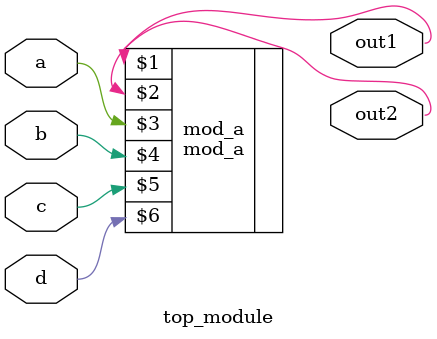
<source format=v>
module top_module ( 
    input a, 
    input b, 
    input c,
    input d,
    output out1,
    output out2
);
    mod_a mod_a ( out1,out2,a,b,c,d );
    
endmodule

</source>
